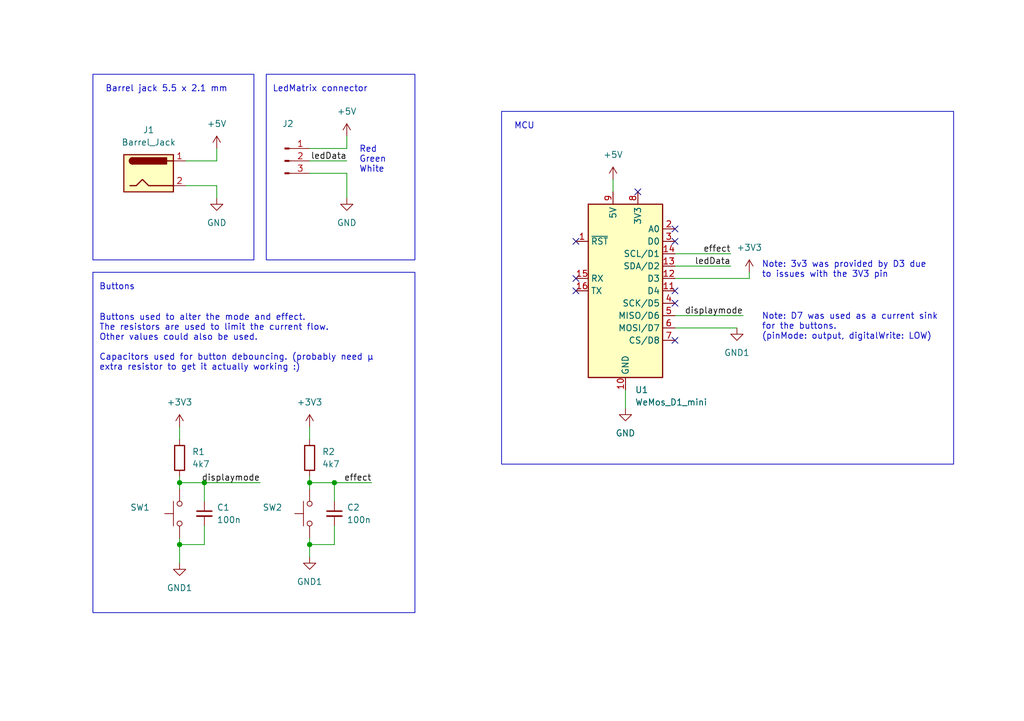
<source format=kicad_sch>
(kicad_sch (version 20230121) (generator eeschema)
  (paper "A5")
  (title_block (title "Ledkader") (date "19/08/2023") (rev "0") (comment 1 "First version used as a present for Anthony"))
  (lib_symbols
    (symbol "Connector:Barrel_Jack" (pin_names (offset 1.016))
      (property "Reference" "J" (at 0 5.334 0))
      (property "Value" "Barrel_Jack" (at 0 -5.08 0))
      (symbol "Barrel_Jack_0_1"
        (rectangle (start -5.08 3.81) (end 5.08 -3.81) (stroke (width 0.254)) (fill (type background)))
        (arc (start -3.302 3.175) (mid -3.9343 2.54) (end -3.302 1.905) (stroke (width 0.254)))
        (arc (start -3.302 3.175) (mid -3.9343 2.54) (end -3.302 1.905) (stroke (width 0.254)) (fill (type outline)))
        (polyline (pts (xy 5.08 2.54) (xy 3.81 2.54)) (stroke (width 0.254)))
        (polyline (pts (xy -3.81 -2.54) (xy -2.54 -2.54) (xy -1.27 -1.27) (xy 0 -2.54) (xy 2.54 -2.54) (xy 5.08 -2.54)) (stroke (width 0.254)))
        (rectangle (start 3.683 3.175) (end -3.302 1.905) (stroke (width 0.254)) (fill (type outline)))
      )
      (symbol "Barrel_Jack_1_1"
        (pin passive line (at 7.62 2.54 180) (length 2.54) (name "~") (number "1"))
        (pin passive line (at 7.62 -2.54 180) (length 2.54) (name "~") (number "2"))
      )
    )
    (symbol "Connector:Conn_01x03_Pin" (pin_names (offset 1.016) hide)
      (property "Reference" "J" (at 0 5.08 0))
      (property "Value" "Conn_01x03_Pin" (at 0 -5.08 0))
      (symbol "Conn_01x03_Pin_1_1"
        (polyline (pts (xy 1.27 -2.54) (xy 0.8636 -2.54)) (stroke (width 0.1524)))
        (polyline (pts (xy 1.27 0) (xy 0.8636 0)) (stroke (width 0.1524)))
        (polyline (pts (xy 1.27 2.54) (xy 0.8636 2.54)) (stroke (width 0.1524)))
        (rectangle (start 0.8636 -2.413) (end 0 -2.667) (stroke (width 0.1524)) (fill (type outline)))
        (rectangle (start 0.8636 0.127) (end 0 -0.127) (stroke (width 0.1524)) (fill (type outline)))
        (rectangle (start 0.8636 2.667) (end 0 2.413) (stroke (width 0.1524)) (fill (type outline)))
        (pin passive line (at 5.08 2.54 180) (length 3.81) (name "Pin_1") (number "1"))
        (pin passive line (at 5.08 0 180) (length 3.81) (name "Pin_2") (number "2"))
        (pin passive line (at 5.08 -2.54 180) (length 3.81) (name "Pin_3") (number "3"))
      )
    )
    (symbol "Device:C_Small" (pin_numbers hide) (pin_names (offset 0.254) hide)
      (property "Reference" "C" (at 0.254 1.778 0))
      (property "Value" "C_Small" (at 0.254 -2.032 0))
      (symbol "C_Small_0_1"
        (polyline (pts (xy -1.524 -0.508) (xy 1.524 -0.508)) (stroke (width 0.3302)))
        (polyline (pts (xy -1.524 0.508) (xy 1.524 0.508)) (stroke (width 0.3048)))
      )
      (symbol "C_Small_1_1"
        (pin passive line (at 0 2.54 270) (length 2.032) (name "~") (number "1"))
        (pin passive line (at 0 -2.54 90) (length 2.032) (name "~") (number "2"))
      )
    )
    (symbol "Device:R" (pin_numbers hide) (pin_names (offset 0))
      (property "Reference" "R" (at 2.032 0 90))
      (property "Value" "R" (at 0 0 90))
      (symbol "R_0_1"
        (rectangle (start -1.016 -2.54) (end 1.016 2.54) (stroke (width 0.254)))
      )
      (symbol "R_1_1"
        (pin passive line (at 0 3.81 270) (length 1.27) (name "~") (number "1"))
        (pin passive line (at 0 -3.81 90) (length 1.27) (name "~") (number "2"))
      )
    )
    (symbol "MCU_Module:WeMos_D1_mini"
      (property "Reference" "U" (at 3.81 19.05 0))
      (property "Value" "WeMos_D1_mini" (at 1.27 -19.05 0))
      (symbol "WeMos_D1_mini_1_1"
        (rectangle (start -7.62 17.78) (end 7.62 -17.78) (stroke (width 0.254)) (fill (type background)))
        (pin input line (at -10.16 10.16 0) (length 2.54) (name "~{RST}") (number "1"))
        (pin power_in line (at 0 -20.32 90) (length 2.54) (name "GND") (number "10"))
        (pin bidirectional line (at 10.16 0 180) (length 2.54) (name "D4") (number "11"))
        (pin bidirectional line (at 10.16 2.54 180) (length 2.54) (name "D3") (number "12"))
        (pin bidirectional line (at 10.16 5.08 180) (length 2.54) (name "SDA/D2") (number "13"))
        (pin bidirectional line (at 10.16 7.62 180) (length 2.54) (name "SCL/D1") (number "14"))
        (pin input line (at -10.16 2.54 0) (length 2.54) (name "RX") (number "15"))
        (pin output line (at -10.16 0 0) (length 2.54) (name "TX") (number "16"))
        (pin input line (at 10.16 12.7 180) (length 2.54) (name "A0") (number "2"))
        (pin bidirectional line (at 10.16 10.16 180) (length 2.54) (name "D0") (number "3"))
        (pin bidirectional line (at 10.16 -2.54 180) (length 2.54) (name "SCK/D5") (number "4"))
        (pin bidirectional line (at 10.16 -5.08 180) (length 2.54) (name "MISO/D6") (number "5"))
        (pin bidirectional line (at 10.16 -7.62 180) (length 2.54) (name "MOSI/D7") (number "6"))
        (pin bidirectional line (at 10.16 -10.16 180) (length 2.54) (name "CS/D8") (number "7"))
        (pin power_out line (at 2.54 20.32 270) (length 2.54) (name "3V3") (number "8"))
        (pin power_in line (at -2.54 20.32 270) (length 2.54) (name "5V") (number "9"))
      )
    )
    (symbol "Switch:SW_MEC_5G" (pin_numbers hide) (pin_names (offset 1.016) hide)
      (property "Reference" "SW" (at 1.27 2.54 0))
      (property "Value" "SW_MEC_5G" (at 0 -1.524 0))
      (symbol "SW_MEC_5G_0_1"
        (circle (center -2.032 0) (radius 0.508))
        (polyline (pts (xy 0 1.27) (xy 0 3.048)))
        (polyline (pts (xy 2.54 1.27) (xy -2.54 1.27)))
        (circle (center 2.032 0) (radius 0.508))
        (pin passive line (at -5.08 0 0) (length 2.54) (name "A") (number "1"))
        (pin passive line (at 5.08 0 180) (length 2.54) (name "B") (number "3"))
      )
      (symbol "SW_MEC_5G_1_1"
        (pin passive line (at -5.08 0 0) (length 2.54) hide (name "A") (number "2"))
        (pin passive line (at 5.08 0 180) (length 2.54) hide (name "B") (number "4"))
      )
    )
    (symbol "power:+3V3" (power) (pin_names (offset 0))
      (property "Value" "+3V3" (at 0 3.556 0))
      (symbol "+3V3_0_1"
        (polyline (pts (xy -0.762 1.27) (xy 0 2.54)))
        (polyline (pts (xy 0 0) (xy 0 2.54)))
        (polyline (pts (xy 0 2.54) (xy 0.762 1.27)))
      )
      (symbol "+3V3_1_1"
        (pin power_in line (at 0 0 90) (length 0) hide (name "+3V3") (number "1"))
      )
    )
    (symbol "power:+5V" (power) (pin_names (offset 0))
      (property "Value" "+5V" (at 0 3.556 0))
      (symbol "+5V_0_1"
        (polyline (pts (xy -0.762 1.27) (xy 0 2.54)))
        (polyline (pts (xy 0 0) (xy 0 2.54)))
        (polyline (pts (xy 0 2.54) (xy 0.762 1.27)))
      )
      (symbol "+5V_1_1"
        (pin power_in line (at 0 0 90) (length 0) hide (name "+5V") (number "1"))
      )
    )
    (symbol "power:GND" (power) (pin_names (offset 0))
      (property "Value" "GND" (at 0 -3.81 0))
      (symbol "GND_0_1"
        (polyline (pts (xy 0 0) (xy 0 -1.27) (xy 1.27 -1.27) (xy 0 -2.54) (xy -1.27 -1.27) (xy 0 -1.27)))
      )
      (symbol "GND_1_1"
        (pin power_in line (at 0 0 270) (length 0) hide (name "GND") (number "1"))
      )
    )
    (symbol "power:GND1" (power) (pin_names (offset 0))
      (property "Value" "GND1" (at 0 -3.81 0))
      (symbol "GND1_0_1"
        (polyline (pts (xy 0 0) (xy 0 -1.27) (xy 1.27 -1.27) (xy 0 -2.54) (xy -1.27 -1.27) (xy 0 -1.27)))
      )
      (symbol "GND1_1_1"
        (pin power_in line (at 0 0 270) (length 0) hide (name "GND1") (number "1"))
      )
    )
  )
  (junction (at 63.5 99.06))
  (junction (at 68.58 99.06))
  (junction (at 36.83 111.76))
  (junction (at 63.5 111.76))
  (junction (at 36.83 99.06))
  (junction (at 41.91 99.06))
  (no_connect (at 138.43 46.99))
  (no_connect (at 138.43 59.69))
  (no_connect (at 138.43 69.85))
  (no_connect (at 138.43 49.53))
  (no_connect (at 118.11 59.69))
  (no_connect (at 130.81 39.37))
  (no_connect (at 138.43 62.23))
  (no_connect (at 118.11 49.53))
  (no_connect (at 118.11 57.15))
  (wire (pts (xy 68.58 99.06) (xy 76.2 99.06)))
  (wire (pts (xy 36.83 111.76) (xy 36.83 115.57)))
  (wire (pts (xy 36.83 87.63) (xy 36.83 90.17)))
  (wire (pts (xy 63.5 111.76) (xy 68.58 111.76)))
  (wire (pts (xy 153.67 55.88) (xy 153.67 57.15)))
  (wire (pts (xy 71.12 35.56) (xy 71.12 40.64)))
  (wire (pts (xy 38.1 33.02) (xy 44.45 33.02)))
  (wire (pts (xy 41.91 99.06) (xy 53.34 99.06)))
  (wire (pts (xy 68.58 99.06) (xy 68.58 102.87)))
  (wire (pts (xy 63.5 30.48) (xy 71.12 30.48)))
  (wire (pts (xy 138.43 64.77) (xy 152.4 64.77)))
  (wire (pts (xy 138.43 52.07) (xy 149.86 52.07)))
  (wire (pts (xy 36.83 99.06) (xy 36.83 97.79)))
  (wire (pts (xy 36.83 99.06) (xy 41.91 99.06)))
  (wire (pts (xy 38.1 38.1) (xy 44.45 38.1)))
  (wire (pts (xy 41.91 107.95) (xy 41.91 111.76)))
  (wire (pts (xy 36.83 110.49) (xy 36.83 111.76)))
  (wire (pts (xy 63.5 87.63) (xy 63.5 90.17)))
  (wire (pts (xy 63.5 111.76) (xy 63.5 114.3)))
  (wire (pts (xy 63.5 35.56) (xy 71.12 35.56)))
  (wire (pts (xy 128.27 80.01) (xy 128.27 83.82)))
  (wire (pts (xy 63.5 99.06) (xy 63.5 100.33)))
  (wire (pts (xy 125.73 36.83) (xy 125.73 39.37)))
  (wire (pts (xy 63.5 33.02) (xy 71.12 33.02)))
  (wire (pts (xy 63.5 99.06) (xy 68.58 99.06)))
  (wire (pts (xy 68.58 107.95) (xy 68.58 111.76)))
  (wire (pts (xy 63.5 99.06) (xy 63.5 97.79)))
  (wire (pts (xy 63.5 110.49) (xy 63.5 111.76)))
  (wire (pts (xy 138.43 67.31) (xy 151.13 67.31)))
  (wire (pts (xy 36.83 100.33) (xy 36.83 99.06)))
  (wire (pts (xy 44.45 30.48) (xy 44.45 33.02)))
  (wire (pts (xy 41.91 99.06) (xy 41.91 102.87)))
  (wire (pts (xy 44.45 38.1) (xy 44.45 40.64)))
  (wire (pts (xy 36.83 111.76) (xy 41.91 111.76)))
  (wire (pts (xy 138.43 57.15) (xy 153.67 57.15)))
  (wire (pts (xy 71.12 27.94) (xy 71.12 30.48)))
  (wire (pts (xy 138.43 54.61) (xy 149.86 54.61)))
  (rectangle (start 19.05 55.88) (end 85.09 125.73))
  (rectangle (start 102.87 22.86) (end 195.58 95.25))
  (rectangle (start 19.05 15.24) (end 52.07 53.34))
  (rectangle (start 54.61 15.24) (end 85.09 53.34))
  (text "Note: 3v3 was provided by D3 due\nto issues with the 3V3 pin" (at 156.21 57.15 0) (effects (font (size 1.27 1.27)) (justify left bottom)))
  (text "Barrel jack 5.5 x 2.1 mm\n" (at 21.59 19.05 0) (effects (font (size 1.27 1.27)) (justify left bottom)))
  (text "MCU\n" (at 105.41 26.67 0) (effects (font (size 1.27 1.27)) (justify left bottom)))
  (text "Buttons used to alter the mode and effect.\nThe resistors are used to limit the current flow.\nOther values could also be used.\n\nCapacitors used for button debouncing. (probably need µ\nextra resistor to get it actually working :)" (at 20.32 76.2 0) (effects (font (size 1.27 1.27)) (justify left bottom)))
  (text "Red\nGreen\nWhite\n" (at 73.66 35.56 0) (effects (font (size 1.27 1.27)) (justify left bottom)))
  (text "Buttons\n" (at 20.32 59.69 0) (effects (font (size 1.27 1.27)) (justify left bottom)))
  (text "Note: D7 was used as a current sink\nfor the buttons.\n(pinMode: output, digitalWrite: LOW)\n" (at 156.21 69.85 0) (effects (font (size 1.27 1.27)) (justify left bottom)))
  (text "LedMatrix connector\n" (at 55.88 19.05 0) (effects (font (size 1.27 1.27)) (justify left bottom)))
  (label "displaymode" (at 53.34 99.06 180))
  (label "displaymode" (at 152.4 64.77 180))
  (label "ledData" (at 149.86 54.61 180))
  (label "effect" (at 76.2 99.06 180))
  (label "ledData" (at 71.12 33.02 180))
  (label "effect" (at 149.86 52.07 180))
  (symbol (lib_id "power:+5V") (at 125.73 36.83 0) (unit 1)
    (property "Reference" "#PWR07" (effects hide))
    (property "Value" "+5V" (at 125.73 31.75 0))
  )
  (symbol (lib_id "power:GND") (at 44.45 40.64 0) (unit 1)
    (property "Reference" "#PWR05" (effects hide))
    (property "Value" "GND" (at 44.45 45.72 0))
  )
  (symbol (lib_id "power:GND") (at 71.12 40.64 0) (unit 1)
    (property "Reference" "#PWR011" (effects hide))
    (property "Value" "GND" (at 71.12 45.72 0))
  )
  (symbol (lib_id "power:GND1") (at 63.5 114.3 0) (unit 1)
    (property "Reference" "#PWR02" (effects hide))
    (property "Value" "GND1" (at 63.5 119.38 0))
  )
  (symbol (lib_id "Switch:SW_MEC_5G") (at 63.5 105.41 90) (unit 1)
    (property "Reference" "SW2" (at 55.88 104.14 90))
    (property "Value" "SW_MEC_5G" (effects hide))
    (property "Datasheet" "http://www.apem.com/int/index.php?controller=attachment&id_attachment=488" (effects hide))
  )
  (symbol (lib_id "power:+5V") (at 44.45 30.48 0) (unit 1)
    (property "Reference" "#PWR06" (effects hide))
    (property "Value" "+5V" (at 44.45 25.4 0))
  )
  (symbol (lib_id "power:+5V") (at 71.12 27.94 0) (unit 1)
    (property "Reference" "#PWR012" (effects hide))
    (property "Value" "+5V" (at 71.12 22.86 0))
  )
  (symbol (lib_id "Connector:Conn_01x03_Pin") (at 58.42 33.02 0) (unit 1)
    (property "Reference" "J2" (at 59.055 25.4 0))
    (property "Value" "Conn_01x03_Pin" (effects hide))
  )
  (symbol (lib_id "power:GND1") (at 151.13 67.31 0) (unit 1)
    (property "Reference" "#PWR010" (effects hide))
    (property "Value" "GND1" (at 151.13 72.39 0))
  )
  (symbol (lib_id "Connector:Barrel_Jack") (at 30.48 35.56 0) (unit 1)
    (property "Reference" "J1" (at 30.48 26.67 0))
    (property "Value" "Barrel_Jack" (at 30.48 29.21 0))
  )
  (symbol (lib_id "power:GND1") (at 36.83 115.57 0) (unit 1)
    (property "Reference" "#PWR01" (effects hide))
    (property "Value" "GND1" (at 36.83 120.65 0))
  )
  (symbol (lib_id "Device:C_Small") (at 68.58 105.41 0) (unit 1)
    (property "Reference" "C2" (at 71.12 104.1463 0) (effects (justify left)))
    (property "Value" "100n" (at 71.12 106.6863 0) (effects (justify left)))
  )
  (symbol (lib_id "MCU_Module:WeMos_D1_mini") (at 128.27 59.69 0) (unit 1)
    (property "Reference" "U1" (at 130.2259 80.01 0) (effects (justify left)))
    (property "Value" "WeMos_D1_mini" (at 130.2259 82.55 0) (effects (justify left)))
    (property "Footprint" "Module:WEMOS_D1_mini_light" (effects hide))
    (property "Datasheet" "https://wiki.wemos.cc/products:d1:d1_mini#documentation" (effects hide))
  )
  (symbol (lib_id "Device:C_Small") (at 41.91 105.41 0) (unit 1)
    (property "Reference" "C1" (at 44.45 104.1463 0) (effects (justify left)))
    (property "Value" "100n" (at 44.45 106.6863 0) (effects (justify left)))
  )
  (symbol (lib_id "Device:R") (at 36.83 93.98 0) (unit 1)
    (property "Reference" "R1" (at 39.37 92.71 0) (effects (justify left)))
    (property "Value" "4k7" (at 39.37 95.25 0) (effects (justify left)))
  )
  (symbol (lib_id "power:+3V3") (at 153.67 55.88 0) (unit 1)
    (property "Reference" "#PWR09" (effects hide))
    (property "Value" "+3V3" (at 153.67 50.8 0))
  )
  (symbol (lib_id "Switch:SW_MEC_5G") (at 36.83 105.41 90) (unit 1)
    (property "Reference" "SW1" (at 26.67 104.14 90) (effects (justify right)))
    (property "Value" "SW_MEC_5G" (effects hide))
    (property "Datasheet" "http://www.apem.com/int/index.php?controller=attachment&id_attachment=488" (effects hide))
  )
  (symbol (lib_id "power:+3V3") (at 63.5 87.63 0) (unit 1)
    (property "Reference" "#PWR04" (effects hide))
    (property "Value" "+3V3" (at 63.5 82.55 0))
  )
  (symbol (lib_id "power:GND") (at 128.27 83.82 0) (unit 1)
    (property "Reference" "#PWR08" (effects hide))
    (property "Value" "GND" (at 128.27 88.9 0))
  )
  (symbol (lib_id "Device:R") (at 63.5 93.98 0) (unit 1)
    (property "Reference" "R2" (at 66.04 92.71 0) (effects (justify left)))
    (property "Value" "4k7" (at 66.04 95.25 0) (effects (justify left)))
  )
  (symbol (lib_id "power:+3V3") (at 36.83 87.63 0) (unit 1)
    (property "Reference" "#PWR03" (effects hide))
    (property "Value" "+3V3" (at 36.83 82.55 0))
  )
)
</source>
